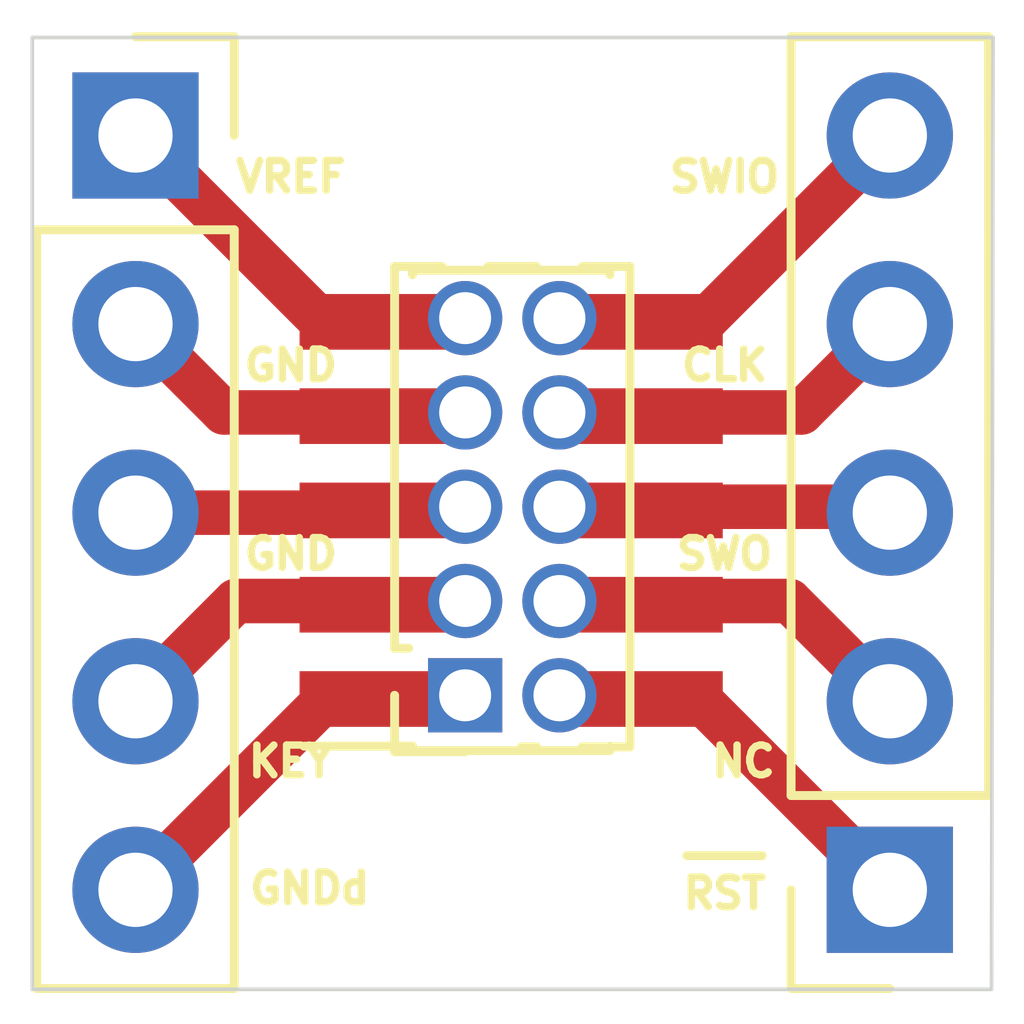
<source format=kicad_pcb>
(kicad_pcb (version 20171130) (host pcbnew "(5.1.9-0-10_14)")

  (general
    (thickness 1.6)
    (drawings 16)
    (tracks 20)
    (zones 0)
    (modules 4)
    (nets 11)
  )

  (page A4)
  (layers
    (0 F.Cu signal)
    (31 B.Cu signal)
    (32 B.Adhes user)
    (33 F.Adhes user)
    (34 B.Paste user)
    (35 F.Paste user)
    (36 B.SilkS user)
    (37 F.SilkS user)
    (38 B.Mask user)
    (39 F.Mask user)
    (40 Dwgs.User user hide)
    (41 Cmts.User user)
    (42 Eco1.User user)
    (43 Eco2.User user)
    (44 Edge.Cuts user)
    (45 Margin user)
    (46 B.CrtYd user hide)
    (47 F.CrtYd user hide)
    (48 B.Fab user hide)
    (49 F.Fab user hide)
  )

  (setup
    (last_trace_width 0.6)
    (user_trace_width 0.6)
    (trace_clearance 0.2)
    (zone_clearance 0.508)
    (zone_45_only no)
    (trace_min 0.2)
    (via_size 0.8)
    (via_drill 0.4)
    (via_min_size 0.4)
    (via_min_drill 0.3)
    (uvia_size 0.3)
    (uvia_drill 0.1)
    (uvias_allowed no)
    (uvia_min_size 0.2)
    (uvia_min_drill 0.1)
    (edge_width 0.05)
    (segment_width 0.2)
    (pcb_text_width 0.3)
    (pcb_text_size 1.5 1.5)
    (mod_edge_width 0.12)
    (mod_text_size 1 1)
    (mod_text_width 0.15)
    (pad_size 1.524 1.524)
    (pad_drill 0.762)
    (pad_to_mask_clearance 0)
    (aux_axis_origin 0 0)
    (visible_elements FFFFFF7F)
    (pcbplotparams
      (layerselection 0x010fc_ffffffff)
      (usegerberextensions false)
      (usegerberattributes true)
      (usegerberadvancedattributes true)
      (creategerberjobfile true)
      (excludeedgelayer true)
      (linewidth 0.100000)
      (plotframeref false)
      (viasonmask false)
      (mode 1)
      (useauxorigin false)
      (hpglpennumber 1)
      (hpglpenspeed 20)
      (hpglpendiameter 15.000000)
      (psnegative false)
      (psa4output false)
      (plotreference true)
      (plotvalue true)
      (plotinvisibletext false)
      (padsonsilk false)
      (subtractmaskfromsilk false)
      (outputformat 1)
      (mirror false)
      (drillshape 1)
      (scaleselection 1)
      (outputdirectory ""))
  )

  (net 0 "")
  (net 1 "Net-(J1-Pad5)")
  (net 2 "Net-(J1-Pad4)")
  (net 3 "Net-(J1-Pad3)")
  (net 4 "Net-(J1-Pad2)")
  (net 5 "Net-(J1-Pad1)")
  (net 6 "Net-(J2-Pad10)")
  (net 7 "Net-(J2-Pad8)")
  (net 8 "Net-(J2-Pad6)")
  (net 9 "Net-(J2-Pad4)")
  (net 10 "Net-(J2-Pad2)")

  (net_class Default "This is the default net class."
    (clearance 0.2)
    (trace_width 0.25)
    (via_dia 0.8)
    (via_drill 0.4)
    (uvia_dia 0.3)
    (uvia_drill 0.1)
    (add_net "Net-(J1-Pad1)")
    (add_net "Net-(J1-Pad2)")
    (add_net "Net-(J1-Pad3)")
    (add_net "Net-(J1-Pad4)")
    (add_net "Net-(J1-Pad5)")
    (add_net "Net-(J2-Pad10)")
    (add_net "Net-(J2-Pad2)")
    (add_net "Net-(J2-Pad4)")
    (add_net "Net-(J2-Pad6)")
    (add_net "Net-(J2-Pad8)")
  )

  (module Connector_PinSocket_1.27mm:PinSocket_2x05_P1.27mm_Vertical_SMD (layer F.Cu) (tedit 5A19A429) (tstamp 604FE148)
    (at 139.62 70.28 180)
    (descr "surface-mounted straight socket strip, 2x05, 1.27mm pitch, double cols (from Kicad 4.0.7!), script generated")
    (tags "Surface mounted socket strip SMD 2x05 1.27mm double row")
    (path /605005D0)
    (attr smd)
    (fp_text reference J4 (at 0 -4.675) (layer F.SilkS) hide
      (effects (font (size 1 1) (thickness 0.15)))
    )
    (fp_text value Conn_02x05_Odd_Even (at 0 4.675) (layer F.Fab)
      (effects (font (size 1 1) (thickness 0.15)))
    )
    (fp_text user %R (at 0 0 90) (layer F.Fab)
      (effects (font (size 1 1) (thickness 0.15)))
    )
    (fp_line (start -1.33 -3.235) (end 1.33 -3.235) (layer F.SilkS) (width 0.12))
    (fp_line (start 1.33 -3.235) (end 1.33 -3.175) (layer F.SilkS) (width 0.12))
    (fp_line (start 1.33 3.175) (end 1.33 3.235) (layer F.SilkS) (width 0.12))
    (fp_line (start -1.33 3.235) (end 1.33 3.235) (layer F.SilkS) (width 0.12))
    (fp_line (start -1.33 -3.235) (end -1.33 -3.175) (layer F.SilkS) (width 0.12))
    (fp_line (start -1.33 3.175) (end -1.33 3.235) (layer F.SilkS) (width 0.12))
    (fp_line (start 1.33 -3.175) (end 2.79 -3.175) (layer F.SilkS) (width 0.12))
    (fp_line (start -1.27 -3.175) (end 0.635 -3.175) (layer F.Fab) (width 0.1))
    (fp_line (start 0.635 -3.175) (end 1.27 -2.54) (layer F.Fab) (width 0.1))
    (fp_line (start 1.27 -2.54) (end 1.27 3.175) (layer F.Fab) (width 0.1))
    (fp_line (start 1.27 3.175) (end -1.27 3.175) (layer F.Fab) (width 0.1))
    (fp_line (start -1.27 3.175) (end -1.27 -3.175) (layer F.Fab) (width 0.1))
    (fp_line (start -2.555 -2.74) (end -1.27 -2.74) (layer F.Fab) (width 0.1))
    (fp_line (start -1.27 -2.34) (end -2.555 -2.34) (layer F.Fab) (width 0.1))
    (fp_line (start -2.555 -2.34) (end -2.555 -2.74) (layer F.Fab) (width 0.1))
    (fp_line (start 1.27 -2.74) (end 2.555 -2.74) (layer F.Fab) (width 0.1))
    (fp_line (start 2.555 -2.74) (end 2.555 -2.34) (layer F.Fab) (width 0.1))
    (fp_line (start 2.555 -2.34) (end 1.27 -2.34) (layer F.Fab) (width 0.1))
    (fp_line (start -2.555 -1.47) (end -1.27 -1.47) (layer F.Fab) (width 0.1))
    (fp_line (start -1.27 -1.07) (end -2.555 -1.07) (layer F.Fab) (width 0.1))
    (fp_line (start -2.555 -1.07) (end -2.555 -1.47) (layer F.Fab) (width 0.1))
    (fp_line (start 1.27 -1.47) (end 2.555 -1.47) (layer F.Fab) (width 0.1))
    (fp_line (start 2.555 -1.47) (end 2.555 -1.07) (layer F.Fab) (width 0.1))
    (fp_line (start 2.555 -1.07) (end 1.27 -1.07) (layer F.Fab) (width 0.1))
    (fp_line (start -2.555 -0.2) (end -1.27 -0.2) (layer F.Fab) (width 0.1))
    (fp_line (start -1.27 0.2) (end -2.555 0.2) (layer F.Fab) (width 0.1))
    (fp_line (start -2.555 0.2) (end -2.555 -0.2) (layer F.Fab) (width 0.1))
    (fp_line (start 1.27 -0.2) (end 2.555 -0.2) (layer F.Fab) (width 0.1))
    (fp_line (start 2.555 -0.2) (end 2.555 0.2) (layer F.Fab) (width 0.1))
    (fp_line (start 2.555 0.2) (end 1.27 0.2) (layer F.Fab) (width 0.1))
    (fp_line (start -2.555 1.07) (end -1.27 1.07) (layer F.Fab) (width 0.1))
    (fp_line (start -1.27 1.47) (end -2.555 1.47) (layer F.Fab) (width 0.1))
    (fp_line (start -2.555 1.47) (end -2.555 1.07) (layer F.Fab) (width 0.1))
    (fp_line (start 1.27 1.07) (end 2.555 1.07) (layer F.Fab) (width 0.1))
    (fp_line (start 2.555 1.07) (end 2.555 1.47) (layer F.Fab) (width 0.1))
    (fp_line (start 2.555 1.47) (end 1.27 1.47) (layer F.Fab) (width 0.1))
    (fp_line (start -2.555 2.34) (end -1.27 2.34) (layer F.Fab) (width 0.1))
    (fp_line (start -1.27 2.74) (end -2.555 2.74) (layer F.Fab) (width 0.1))
    (fp_line (start -2.555 2.74) (end -2.555 2.34) (layer F.Fab) (width 0.1))
    (fp_line (start 1.27 2.34) (end 2.555 2.34) (layer F.Fab) (width 0.1))
    (fp_line (start 2.555 2.34) (end 2.555 2.74) (layer F.Fab) (width 0.1))
    (fp_line (start 2.555 2.74) (end 1.27 2.74) (layer F.Fab) (width 0.1))
    (fp_line (start -3.35 -3.7) (end 3.35 -3.7) (layer F.CrtYd) (width 0.05))
    (fp_line (start 3.35 -3.7) (end 3.35 3.65) (layer F.CrtYd) (width 0.05))
    (fp_line (start 3.35 3.65) (end -3.35 3.65) (layer F.CrtYd) (width 0.05))
    (fp_line (start -3.35 3.65) (end -3.35 -3.7) (layer F.CrtYd) (width 0.05))
    (pad 10 smd rect (at -1.8 2.54 180) (size 2.1 0.75) (layers F.Cu F.Paste F.Mask)
      (net 6 "Net-(J2-Pad10)"))
    (pad 9 smd rect (at 1.8 2.54 180) (size 2.1 0.75) (layers F.Cu F.Paste F.Mask)
      (net 5 "Net-(J1-Pad1)"))
    (pad 8 smd rect (at -1.8 1.27 180) (size 2.1 0.75) (layers F.Cu F.Paste F.Mask)
      (net 7 "Net-(J2-Pad8)"))
    (pad 7 smd rect (at 1.8 1.27 180) (size 2.1 0.75) (layers F.Cu F.Paste F.Mask)
      (net 4 "Net-(J1-Pad2)"))
    (pad 6 smd rect (at -1.8 0 180) (size 2.1 0.75) (layers F.Cu F.Paste F.Mask)
      (net 8 "Net-(J2-Pad6)"))
    (pad 5 smd rect (at 1.8 0 180) (size 2.1 0.75) (layers F.Cu F.Paste F.Mask)
      (net 3 "Net-(J1-Pad3)"))
    (pad 4 smd rect (at -1.8 -1.27 180) (size 2.1 0.75) (layers F.Cu F.Paste F.Mask)
      (net 9 "Net-(J2-Pad4)"))
    (pad 3 smd rect (at 1.8 -1.27 180) (size 2.1 0.75) (layers F.Cu F.Paste F.Mask)
      (net 2 "Net-(J1-Pad4)"))
    (pad 2 smd rect (at -1.8 -2.54 180) (size 2.1 0.75) (layers F.Cu F.Paste F.Mask)
      (net 10 "Net-(J2-Pad2)"))
    (pad 1 smd rect (at 1.8 -2.54 180) (size 2.1 0.75) (layers F.Cu F.Paste F.Mask)
      (net 1 "Net-(J1-Pad5)"))
    (model ${KISYS3DMOD}/Connector_PinSocket_1.27mm.3dshapes/PinSocket_2x05_P1.27mm_Vertical_SMD.wrl
      (at (xyz 0 0 0))
      (scale (xyz 1 1 1))
      (rotate (xyz 0 0 0))
    )
  )

  (module Connector_PinSocket_2.54mm:PinSocket_1x05_P2.54mm_Vertical (layer F.Cu) (tedit 5A19A420) (tstamp 604F65C5)
    (at 144.72 75.39 180)
    (descr "Through hole straight socket strip, 1x05, 2.54mm pitch, single row (from Kicad 4.0.7), script generated")
    (tags "Through hole socket strip THT 1x05 2.54mm single row")
    (path /604FC997)
    (fp_text reference J3 (at 0 -2.77) (layer F.SilkS) hide
      (effects (font (size 1 1) (thickness 0.15)))
    )
    (fp_text value Conn_01x05 (at 0 12.93) (layer F.Fab)
      (effects (font (size 1 1) (thickness 0.15)))
    )
    (fp_text user %R (at 0 5.08 90) (layer F.Fab)
      (effects (font (size 1 1) (thickness 0.15)))
    )
    (fp_line (start -1.27 -1.27) (end 0.635 -1.27) (layer F.Fab) (width 0.1))
    (fp_line (start 0.635 -1.27) (end 1.27 -0.635) (layer F.Fab) (width 0.1))
    (fp_line (start 1.27 -0.635) (end 1.27 11.43) (layer F.Fab) (width 0.1))
    (fp_line (start 1.27 11.43) (end -1.27 11.43) (layer F.Fab) (width 0.1))
    (fp_line (start -1.27 11.43) (end -1.27 -1.27) (layer F.Fab) (width 0.1))
    (fp_line (start -1.33 1.27) (end 1.33 1.27) (layer F.SilkS) (width 0.12))
    (fp_line (start -1.33 1.27) (end -1.33 11.49) (layer F.SilkS) (width 0.12))
    (fp_line (start -1.33 11.49) (end 1.33 11.49) (layer F.SilkS) (width 0.12))
    (fp_line (start 1.33 1.27) (end 1.33 11.49) (layer F.SilkS) (width 0.12))
    (fp_line (start 1.33 -1.33) (end 1.33 0) (layer F.SilkS) (width 0.12))
    (fp_line (start 0 -1.33) (end 1.33 -1.33) (layer F.SilkS) (width 0.12))
    (fp_line (start -1.8 -1.8) (end 1.75 -1.8) (layer F.CrtYd) (width 0.05))
    (fp_line (start 1.75 -1.8) (end 1.75 11.9) (layer F.CrtYd) (width 0.05))
    (fp_line (start 1.75 11.9) (end -1.8 11.9) (layer F.CrtYd) (width 0.05))
    (fp_line (start -1.8 11.9) (end -1.8 -1.8) (layer F.CrtYd) (width 0.05))
    (pad 5 thru_hole oval (at 0 10.16 180) (size 1.7 1.7) (drill 1) (layers *.Cu *.Mask)
      (net 6 "Net-(J2-Pad10)"))
    (pad 4 thru_hole oval (at 0 7.62 180) (size 1.7 1.7) (drill 1) (layers *.Cu *.Mask)
      (net 7 "Net-(J2-Pad8)"))
    (pad 3 thru_hole oval (at 0 5.08 180) (size 1.7 1.7) (drill 1) (layers *.Cu *.Mask)
      (net 8 "Net-(J2-Pad6)"))
    (pad 2 thru_hole oval (at 0 2.54 180) (size 1.7 1.7) (drill 1) (layers *.Cu *.Mask)
      (net 9 "Net-(J2-Pad4)"))
    (pad 1 thru_hole rect (at 0 0 180) (size 1.7 1.7) (drill 1) (layers *.Cu *.Mask)
      (net 10 "Net-(J2-Pad2)"))
    (model ${KISYS3DMOD}/Connector_PinSocket_2.54mm.3dshapes/PinSocket_1x05_P2.54mm_Vertical.wrl
      (at (xyz 0 0 0))
      (scale (xyz 1 1 1))
      (rotate (xyz 0 0 0))
    )
  )

  (module Connector_PinSocket_1.27mm:PinSocket_2x05_P1.27mm_Vertical (layer F.Cu) (tedit 5A19A420) (tstamp 604F65AC)
    (at 139 72.77 180)
    (descr "Through hole straight socket strip, 2x05, 1.27mm pitch, double cols (from Kicad 4.0.7), script generated")
    (tags "Through hole socket strip THT 2x05 1.27mm double row")
    (path /604FA963)
    (fp_text reference J2 (at -0.635 -2.135) (layer F.SilkS) hide
      (effects (font (size 1 1) (thickness 0.15)))
    )
    (fp_text value Conn_02x05_Odd_Even (at -0.635 7.215) (layer F.Fab)
      (effects (font (size 1 1) (thickness 0.15)))
    )
    (fp_text user %R (at -0.635 2.54 90) (layer F.Fab)
      (effects (font (size 1 1) (thickness 0.15)))
    )
    (fp_line (start -2.16 -0.635) (end 0.1275 -0.635) (layer F.Fab) (width 0.1))
    (fp_line (start 0.1275 -0.635) (end 0.89 0.1275) (layer F.Fab) (width 0.1))
    (fp_line (start 0.89 0.1275) (end 0.89 5.715) (layer F.Fab) (width 0.1))
    (fp_line (start 0.89 5.715) (end -2.16 5.715) (layer F.Fab) (width 0.1))
    (fp_line (start -2.16 5.715) (end -2.16 -0.635) (layer F.Fab) (width 0.1))
    (fp_line (start -2.22 -0.695) (end -1.57753 -0.695) (layer F.SilkS) (width 0.12))
    (fp_line (start -0.96247 -0.695) (end -0.76 -0.695) (layer F.SilkS) (width 0.12))
    (fp_line (start -2.22 -0.695) (end -2.22 5.775) (layer F.SilkS) (width 0.12))
    (fp_line (start 0.30753 5.775) (end 0.95 5.775) (layer F.SilkS) (width 0.12))
    (fp_line (start -2.22 5.775) (end -1.57753 5.775) (layer F.SilkS) (width 0.12))
    (fp_line (start -0.96247 5.775) (end -0.30753 5.775) (layer F.SilkS) (width 0.12))
    (fp_line (start 0.95 0.635) (end 0.95 5.775) (layer F.SilkS) (width 0.12))
    (fp_line (start 0.76 0.635) (end 0.95 0.635) (layer F.SilkS) (width 0.12))
    (fp_line (start 0.95 -0.76) (end 0.95 0) (layer F.SilkS) (width 0.12))
    (fp_line (start 0 -0.76) (end 0.95 -0.76) (layer F.SilkS) (width 0.12))
    (fp_line (start -2.67 -1.15) (end 1.38 -1.15) (layer F.CrtYd) (width 0.05))
    (fp_line (start 1.38 -1.15) (end 1.38 6.2) (layer F.CrtYd) (width 0.05))
    (fp_line (start 1.38 6.2) (end -2.67 6.2) (layer F.CrtYd) (width 0.05))
    (fp_line (start -2.67 6.2) (end -2.67 -1.15) (layer F.CrtYd) (width 0.05))
    (pad 10 thru_hole oval (at -1.27 5.08 180) (size 1 1) (drill 0.7) (layers *.Cu *.Mask)
      (net 6 "Net-(J2-Pad10)"))
    (pad 9 thru_hole oval (at 0 5.08 180) (size 1 1) (drill 0.7) (layers *.Cu *.Mask)
      (net 5 "Net-(J1-Pad1)"))
    (pad 8 thru_hole oval (at -1.27 3.81 180) (size 1 1) (drill 0.7) (layers *.Cu *.Mask)
      (net 7 "Net-(J2-Pad8)"))
    (pad 7 thru_hole oval (at 0 3.81 180) (size 1 1) (drill 0.7) (layers *.Cu *.Mask)
      (net 4 "Net-(J1-Pad2)"))
    (pad 6 thru_hole oval (at -1.27 2.54 180) (size 1 1) (drill 0.7) (layers *.Cu *.Mask)
      (net 8 "Net-(J2-Pad6)"))
    (pad 5 thru_hole oval (at 0 2.54 180) (size 1 1) (drill 0.7) (layers *.Cu *.Mask)
      (net 3 "Net-(J1-Pad3)"))
    (pad 4 thru_hole oval (at -1.27 1.27 180) (size 1 1) (drill 0.7) (layers *.Cu *.Mask)
      (net 9 "Net-(J2-Pad4)"))
    (pad 3 thru_hole oval (at 0 1.27 180) (size 1 1) (drill 0.7) (layers *.Cu *.Mask)
      (net 2 "Net-(J1-Pad4)"))
    (pad 2 thru_hole oval (at -1.27 0 180) (size 1 1) (drill 0.7) (layers *.Cu *.Mask)
      (net 10 "Net-(J2-Pad2)"))
    (pad 1 thru_hole rect (at 0 0 180) (size 1 1) (drill 0.7) (layers *.Cu *.Mask)
      (net 1 "Net-(J1-Pad5)"))
    (model ${KISYS3DMOD}/Connector_PinSocket_1.27mm.3dshapes/PinSocket_2x05_P1.27mm_Vertical.wrl
      (at (xyz 0 0 0))
      (scale (xyz 1 1 1))
      (rotate (xyz 0 0 0))
    )
  )

  (module Connector_PinSocket_2.54mm:PinSocket_1x05_P2.54mm_Vertical (layer F.Cu) (tedit 5A19A420) (tstamp 604F658A)
    (at 134.56 65.23)
    (descr "Through hole straight socket strip, 1x05, 2.54mm pitch, single row (from Kicad 4.0.7), script generated")
    (tags "Through hole socket strip THT 1x05 2.54mm single row")
    (path /604F9B8A)
    (fp_text reference J1 (at 0 -2.77) (layer F.SilkS) hide
      (effects (font (size 1 1) (thickness 0.15)))
    )
    (fp_text value Conn_01x05 (at 0 12.93) (layer F.Fab)
      (effects (font (size 1 1) (thickness 0.15)))
    )
    (fp_text user %R (at 0 5.08 90) (layer F.Fab)
      (effects (font (size 1 1) (thickness 0.15)))
    )
    (fp_line (start -1.27 -1.27) (end 0.635 -1.27) (layer F.Fab) (width 0.1))
    (fp_line (start 0.635 -1.27) (end 1.27 -0.635) (layer F.Fab) (width 0.1))
    (fp_line (start 1.27 -0.635) (end 1.27 11.43) (layer F.Fab) (width 0.1))
    (fp_line (start 1.27 11.43) (end -1.27 11.43) (layer F.Fab) (width 0.1))
    (fp_line (start -1.27 11.43) (end -1.27 -1.27) (layer F.Fab) (width 0.1))
    (fp_line (start -1.33 1.27) (end 1.33 1.27) (layer F.SilkS) (width 0.12))
    (fp_line (start -1.33 1.27) (end -1.33 11.49) (layer F.SilkS) (width 0.12))
    (fp_line (start -1.33 11.49) (end 1.33 11.49) (layer F.SilkS) (width 0.12))
    (fp_line (start 1.33 1.27) (end 1.33 11.49) (layer F.SilkS) (width 0.12))
    (fp_line (start 1.33 -1.33) (end 1.33 0) (layer F.SilkS) (width 0.12))
    (fp_line (start 0 -1.33) (end 1.33 -1.33) (layer F.SilkS) (width 0.12))
    (fp_line (start -1.8 -1.8) (end 1.75 -1.8) (layer F.CrtYd) (width 0.05))
    (fp_line (start 1.75 -1.8) (end 1.75 11.9) (layer F.CrtYd) (width 0.05))
    (fp_line (start 1.75 11.9) (end -1.8 11.9) (layer F.CrtYd) (width 0.05))
    (fp_line (start -1.8 11.9) (end -1.8 -1.8) (layer F.CrtYd) (width 0.05))
    (pad 5 thru_hole oval (at 0 10.16) (size 1.7 1.7) (drill 1) (layers *.Cu *.Mask)
      (net 1 "Net-(J1-Pad5)"))
    (pad 4 thru_hole oval (at 0 7.62) (size 1.7 1.7) (drill 1) (layers *.Cu *.Mask)
      (net 2 "Net-(J1-Pad4)"))
    (pad 3 thru_hole oval (at 0 5.08) (size 1.7 1.7) (drill 1) (layers *.Cu *.Mask)
      (net 3 "Net-(J1-Pad3)"))
    (pad 2 thru_hole oval (at 0 2.54) (size 1.7 1.7) (drill 1) (layers *.Cu *.Mask)
      (net 4 "Net-(J1-Pad2)"))
    (pad 1 thru_hole rect (at 0 0) (size 1.7 1.7) (drill 1) (layers *.Cu *.Mask)
      (net 5 "Net-(J1-Pad1)"))
    (model ${KISYS3DMOD}/Connector_PinSocket_2.54mm.3dshapes/PinSocket_1x05_P2.54mm_Vertical.wrl
      (at (xyz 0 0 0))
      (scale (xyz 1 1 1))
      (rotate (xyz 0 0 0))
    )
  )

  (gr_line (start 141.986 74.93) (end 143.002 74.93) (layer F.SilkS) (width 0.12))
  (gr_text RST (at 142.494 75.438) (layer F.SilkS) (tstamp 604FE7F4)
    (effects (font (size 0.4 0.4) (thickness 0.1)))
  )
  (gr_text NC (at 142.748 73.66) (layer F.SilkS) (tstamp 604FE7F4)
    (effects (font (size 0.4 0.4) (thickness 0.1)))
  )
  (gr_text SWO (at 142.494 70.866) (layer F.SilkS) (tstamp 604FE7F4)
    (effects (font (size 0.4 0.4) (thickness 0.1)))
  )
  (gr_text CLK (at 142.494 68.326) (layer F.SilkS) (tstamp 604FE7F4)
    (effects (font (size 0.4 0.4) (thickness 0.1)))
  )
  (gr_text SWIO (at 142.494 65.786) (layer F.SilkS) (tstamp 604FE7F4)
    (effects (font (size 0.4 0.4) (thickness 0.1)))
  )
  (gr_text "GNDd\n\n" (at 136.906 75.692) (layer F.SilkS) (tstamp 604FE7F4)
    (effects (font (size 0.4 0.4) (thickness 0.1)))
  )
  (gr_text "KEY\n" (at 136.652 73.66) (layer F.SilkS) (tstamp 604FE7F4)
    (effects (font (size 0.4 0.4) (thickness 0.1)))
  )
  (gr_text "GND\n" (at 136.652 70.866) (layer F.SilkS) (tstamp 604FE7F4)
    (effects (font (size 0.4 0.4) (thickness 0.1)))
  )
  (gr_text "GND\n" (at 136.652 68.326) (layer F.SilkS) (tstamp 604FE7F1)
    (effects (font (size 0.4 0.4) (thickness 0.1)))
  )
  (gr_text "VREF\n" (at 136.652 65.786) (layer F.SilkS)
    (effects (font (size 0.4 0.4) (thickness 0.1)))
  )
  (gr_line (start 133.17 63.91) (end 133.24 63.91) (layer Edge.Cuts) (width 0.05) (tstamp 604FDEC2))
  (gr_line (start 133.17 76.73) (end 133.17 63.91) (layer Edge.Cuts) (width 0.05))
  (gr_line (start 146.09 76.73) (end 133.17 76.73) (layer Edge.Cuts) (width 0.05))
  (gr_line (start 146.11 63.91) (end 146.09 76.73) (layer Edge.Cuts) (width 0.05))
  (gr_line (start 133.24 63.91) (end 146.11 63.91) (layer Edge.Cuts) (width 0.05))

  (segment (start 137.18 72.77) (end 134.56 75.39) (width 0.6) (layer F.Cu) (net 1))
  (segment (start 139 72.77) (end 137.18 72.77) (width 0.6) (layer F.Cu) (net 1))
  (segment (start 135.91 71.5) (end 139 71.5) (width 0.6) (layer F.Cu) (net 2))
  (segment (start 134.56 72.85) (end 135.91 71.5) (width 0.6) (layer F.Cu) (net 2))
  (segment (start 138.92 70.31) (end 139 70.23) (width 0.6) (layer F.Cu) (net 3))
  (segment (start 134.56 70.31) (end 138.92 70.31) (width 0.6) (layer F.Cu) (net 3))
  (segment (start 135.75 68.96) (end 139 68.96) (width 0.6) (layer F.Cu) (net 4))
  (segment (start 134.56 67.77) (end 135.75 68.96) (width 0.6) (layer F.Cu) (net 4))
  (segment (start 137.02 67.69) (end 134.56 65.23) (width 0.6) (layer F.Cu) (net 5))
  (segment (start 139 67.69) (end 137.02 67.69) (width 0.6) (layer F.Cu) (net 5))
  (segment (start 142.26 67.69) (end 144.72 65.23) (width 0.6) (layer F.Cu) (net 6))
  (segment (start 140.27 67.69) (end 142.26 67.69) (width 0.6) (layer F.Cu) (net 6))
  (segment (start 143.53 68.96) (end 144.72 67.77) (width 0.6) (layer F.Cu) (net 7))
  (segment (start 140.27 68.96) (end 143.53 68.96) (width 0.6) (layer F.Cu) (net 7))
  (segment (start 144.64 70.23) (end 144.72 70.31) (width 0.6) (layer F.Cu) (net 8))
  (segment (start 140.27 70.23) (end 144.64 70.23) (width 0.6) (layer F.Cu) (net 8))
  (segment (start 143.37 71.5) (end 144.72 72.85) (width 0.6) (layer F.Cu) (net 9))
  (segment (start 140.27 71.5) (end 143.37 71.5) (width 0.6) (layer F.Cu) (net 9))
  (segment (start 142.1 72.77) (end 144.72 75.39) (width 0.6) (layer F.Cu) (net 10))
  (segment (start 140.27 72.77) (end 142.1 72.77) (width 0.6) (layer F.Cu) (net 10))

)

</source>
